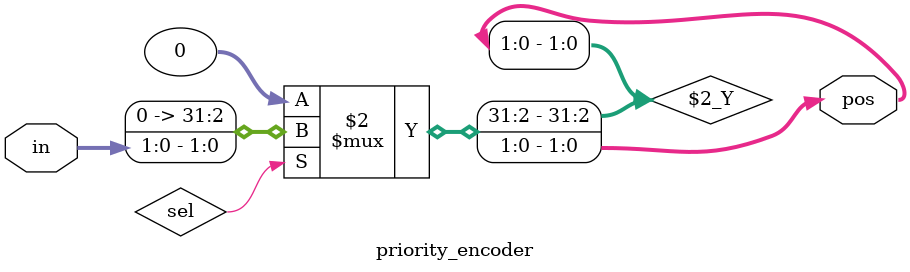
<source format=v>
module priority_encoder( 
input [2:0] in,
output reg [1:0] pos ); 
// When sel=1, assign b to out
assign pos = sel? in[1:0] : 0;
endmodule

</source>
